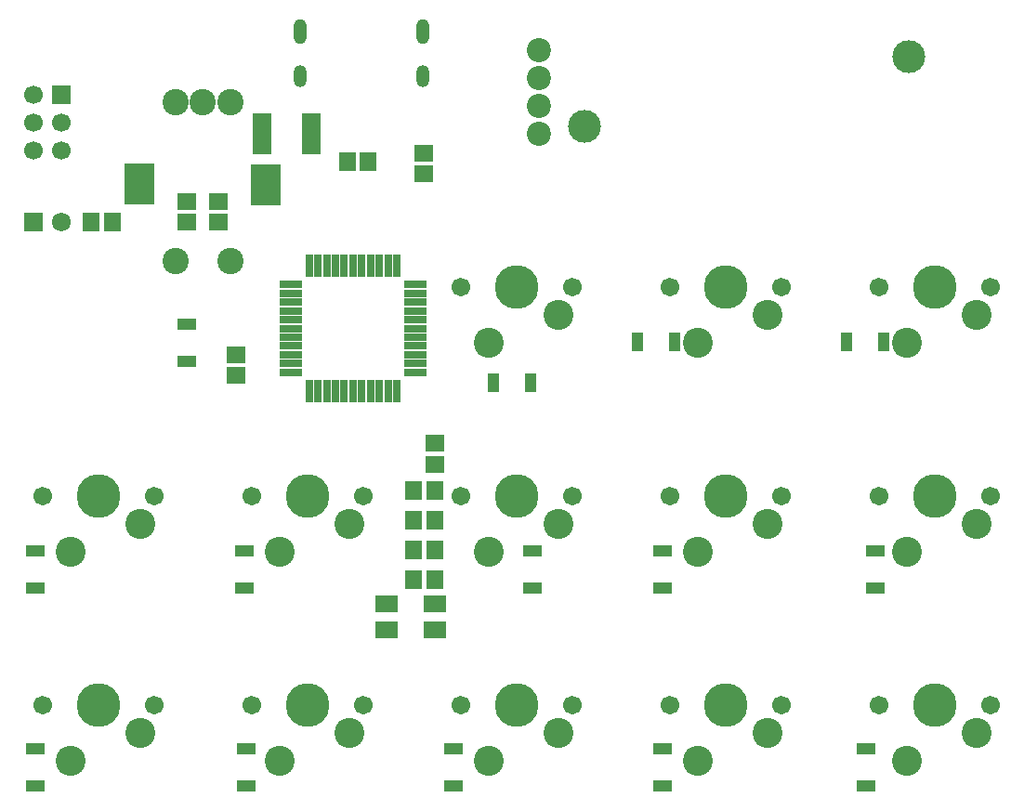
<source format=gbr>
G04 DipTrace 3.1.0.1*
G04 BottomMask.gbr*
%MOIN*%
G04 #@! TF.FileFunction,Soldermask,Bot*
G04 #@! TF.Part,Single*
%AMOUTLINE1*
4,1,4,
0.01378,-0.03937,
-0.01378,-0.03937,
-0.01378,0.03937,
0.01378,0.03937,
0.01378,-0.03937,
0*%
%AMOUTLINE4*
4,1,4,
-0.03937,-0.01378,
-0.03937,0.01378,
0.03937,0.01378,
0.03937,-0.01378,
-0.03937,-0.01378,
0*%
%ADD19C,0.086614*%
%ADD43C,0.11811*%
%ADD44C,0.157*%
%ADD45C,0.067*%
%ADD54R,0.066929X0.066929*%
%ADD56C,0.066929*%
%ADD60O,0.047244X0.090551*%
%ADD62O,0.047244X0.07874*%
%ADD66C,0.107874*%
%ADD68C,0.067874*%
%ADD70R,0.067874X0.067874*%
%ADD72R,0.082677X0.062992*%
%ADD74R,0.066929X0.149606*%
%ADD77R,0.03937X0.070866*%
%ADD79R,0.070866X0.03937*%
%ADD81R,0.066929X0.059055*%
%ADD83R,0.059055X0.066929*%
%ADD85R,0.106299X0.145669*%
%ADD87C,0.094488*%
%ADD90OUTLINE1*%
%ADD93OUTLINE4*%
%FSLAX26Y26*%
G04*
G70*
G90*
G75*
G01*
G04 BotMask*
%LPD*%
D87*
X1025591Y2913387D3*
X1222441D3*
X1124016D3*
X1025591Y2342521D3*
X1222441D3*
D85*
X897638Y2618112D3*
X1350394Y2614175D3*
D83*
X1881201Y1306202D3*
X1956004D3*
X1881201Y1412451D3*
X1956004D3*
X1881201Y1518701D3*
X1956004D3*
D81*
X1243612Y2006031D3*
Y1931228D3*
X1956102Y1612550D3*
Y1687353D3*
D83*
Y1200049D3*
X1881299D3*
D79*
X1068630Y1981034D3*
Y2114892D3*
D77*
X2299751Y1906042D3*
X2165892D3*
X2682774Y2051591D3*
X2816633D3*
X3432696D3*
X3566554D3*
D79*
X524937Y1168619D3*
Y1302478D3*
X1274858Y1168619D3*
Y1302478D3*
X2306000Y1168619D3*
Y1302478D3*
X2774701Y1168619D3*
Y1302478D3*
X3537121Y1168619D3*
Y1302478D3*
X523123Y458008D3*
Y591866D3*
X1279294Y458008D3*
Y591866D3*
X2022966Y458008D3*
Y591866D3*
X2772887Y458008D3*
Y591866D3*
X3504060Y458008D3*
Y591866D3*
D90*
X1506201Y2324951D3*
X1537697D3*
X1569193D3*
X1600688D3*
X1632185D3*
X1663680D3*
X1695177D3*
X1726673D3*
X1758169D3*
X1789665D3*
X1821161D3*
D93*
X1888091Y2258022D3*
Y2226526D3*
Y2195030D3*
Y2163534D3*
Y2132039D3*
Y2100542D3*
Y2069046D3*
Y2037550D3*
Y2006054D3*
Y1974558D3*
Y1943062D3*
D90*
X1821161Y1876133D3*
X1789665D3*
X1758169D3*
X1726673D3*
X1695177D3*
X1663681D3*
X1632184D3*
X1600689D3*
X1569193D3*
X1537697D3*
X1506201D3*
D93*
X1439272Y1943062D3*
Y1974558D3*
Y2006054D3*
Y2037550D3*
Y2069046D3*
Y2100543D3*
Y2132038D3*
Y2163535D3*
Y2195030D3*
Y2226526D3*
Y2258022D3*
D19*
X2331693Y3000591D3*
Y2900591D3*
Y2800591D3*
Y3100591D3*
D43*
X2494193Y2825571D3*
X3656693Y3075571D3*
D74*
X1337352Y2799698D3*
X1514517D3*
D72*
X1956201Y1018701D3*
X1782972D3*
Y1113189D3*
X1956201D3*
D81*
X1917323Y2730315D3*
Y2655512D3*
D83*
X1643570Y2699709D3*
X1718373D3*
X799908Y2480982D3*
X725105D3*
D81*
X1068630Y2555974D3*
Y2481171D3*
X1181118Y2555974D3*
Y2481171D3*
D70*
X518688Y2480982D3*
D68*
X618688D3*
D66*
X2400000Y2150000D3*
X2150000Y2050000D3*
D44*
X2250000Y2250000D3*
D45*
X2050000D3*
X2450000D3*
D66*
X3150000Y2150000D3*
X2900000Y2050000D3*
D44*
X3000000Y2250000D3*
D45*
X2800000D3*
X3200000D3*
D66*
X3900000Y2150000D3*
X3650000Y2050000D3*
D44*
X3750000Y2250000D3*
D45*
X3550000D3*
X3950000D3*
D66*
X900000Y1400000D3*
X650000Y1300000D3*
D44*
X750000Y1500000D3*
D45*
X550000D3*
X950000D3*
D66*
X1650000Y1400000D3*
X1400000Y1300000D3*
D44*
X1500000Y1500000D3*
D45*
X1300000D3*
X1700000D3*
D66*
X2400000Y1400000D3*
X2150000Y1300000D3*
D44*
X2250000Y1500000D3*
D45*
X2050000D3*
X2450000D3*
D66*
X3150000Y1400000D3*
X2900000Y1300000D3*
D44*
X3000000Y1500000D3*
D45*
X2800000D3*
X3200000D3*
D66*
X3900000Y1400000D3*
X3650000Y1300000D3*
D44*
X3750000Y1500000D3*
D45*
X3550000D3*
X3950000D3*
D66*
X900000Y650000D3*
X650000Y550000D3*
D44*
X750000Y750000D3*
D45*
X550000D3*
X950000D3*
D66*
X1650000Y650000D3*
X1400000Y550000D3*
D44*
X1500000Y750000D3*
D45*
X1300000D3*
X1700000D3*
D66*
X2400000Y650000D3*
X2150000Y550000D3*
D44*
X2250000Y750000D3*
D45*
X2050000D3*
X2450000D3*
D66*
X3150000Y650000D3*
X2900000Y550000D3*
D44*
X3000000Y750000D3*
D45*
X2800000D3*
X3200000D3*
D66*
X3900000Y650000D3*
X3650000Y550000D3*
D44*
X3750000Y750000D3*
D45*
X3550000D3*
X3950000D3*
D62*
X1472441Y3007087D3*
D60*
Y3164567D3*
D62*
X1913386Y3007087D3*
D60*
Y3164567D3*
D56*
X518701Y2937451D3*
Y2837451D3*
Y2737451D3*
X618701D3*
Y2837451D3*
D54*
Y2937451D3*
M02*

</source>
